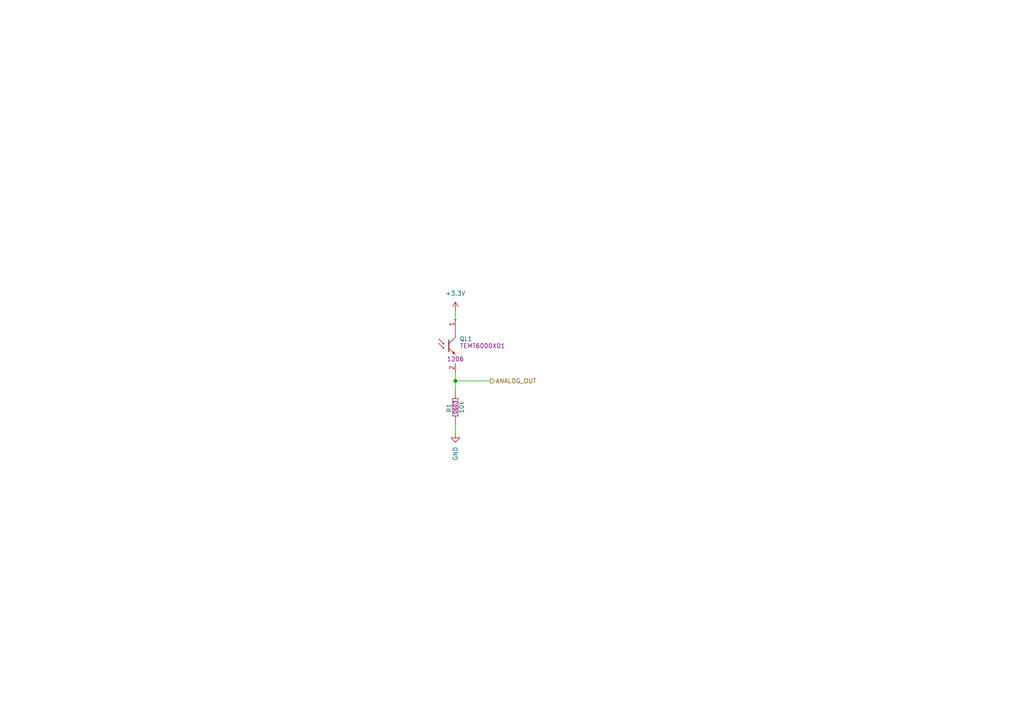
<source format=kicad_sch>
(kicad_sch (version 20250114) (generator "eeschema") (generator_version "9.0")
  (paper "A4")
  (title_block (date "2025-08-08") (rev "1"))
  (lib_symbols
    (symbol "SCH_LIB:QL_TEMT6000X01" (pin_names (hide yes))
      (property "Reference" "QL" (at 2.286 -5.588 0))
      (property "Manufacturer Part Number" "TEMT6000X01" (at 7.874 -7.62 0))
      (property "SCH_FOOTPRINT" "1206" (at 0 -11.43 0))
      (symbol "QL_TEMT6000X01_1_0"
        (polyline (pts (xy -3.302 -6.604) (xy -3.302 -7.112) (xy -3.81 -7.112) (xy -3.302 -6.604)) (stroke (width -0.0001)) (fill (type outline)))
        (polyline (pts (xy -3.302 -7.112) (xy -4.826 -5.588)))
        (polyline (pts (xy -3.302 -7.874) (xy -3.302 -8.382) (xy -3.81 -8.382) (xy -3.302 -7.874)) (stroke (width -0.0001)) (fill (type outline)))
        (polyline (pts (xy -3.302 -8.382) (xy -4.826 -6.858)))
        (polyline (pts (xy -1.778 -5.842) (xy -2.032 -5.842) (xy -2.032 -9.398) (xy -1.778 -9.398) (xy -1.778 -5.842)) (stroke (width -0.0001)) (fill (type outline)))
        (polyline (pts (xy -1.778 -6.858) (xy 0 -5.08)))
        (polyline (pts (xy -1.778 -8.382) (xy 0 -10.16)))
        (polyline (pts (xy -0.254 -9.144) (xy -0.254 -9.906) (xy -1.016 -9.906) (xy -0.254 -9.144)) (stroke (width -0.0001)) (fill (type outline)))
        (polyline (pts (xy 0 -2.54) (xy 0 -5.08)))
        (pin passive line (at 0 0 270) (length 2.54) (name "") (number "1"))
        (pin passive line (at 0 -15.24 90) (length 2.54) (name "") (number "2"))
      )
    )
    (symbol "SCH_LIB:R_0603_10k_1%" (pin_numbers (hide yes)) (pin_names (hide yes))
      (property "Reference" "R" (at 4.826 1.778 0))
      (property "Value" "10k" (at 5.08 -1.778 0))
      (property "SCH_FOOTPRINT" "0603" (at 5.08 0 0))
      (symbol "R_0603_10k_1%_1_0"
        (polyline (pts (xy 2.54 0.762) (xy 2.54 -0.762)))
        (polyline (pts (xy 2.54 0.762) (xy 7.62 0.762)))
        (polyline (pts (xy 2.54 -0.762) (xy 7.62 -0.762)))
        (polyline (pts (xy 7.62 0.762) (xy 7.62 -0.762)))
        (pin passive line (at 0 0 0) (length 2.54) (name "1") (number "1"))
        (pin passive line (at 10.16 0 180) (length 2.54) (name "2") (number "2"))
      )
    )
    (symbol "power:+3.3V" (power) (pin_numbers (hide yes)) (pin_names (offset 0) (hide yes))
      (property "Value" "+3.3V" (at 0 3.556 0))
      (symbol "+3.3V_0_1"
        (polyline (pts (xy -0.762 1.27) (xy 0 2.54)))
        (polyline (pts (xy 0 2.54) (xy 0.762 1.27)))
        (polyline (pts (xy 0 0) (xy 0 2.54)))
      )
      (symbol "+3.3V_1_1"
        (pin power_in line (at 0 0 90) (length 0) (name "~") (number "1"))
      )
    )
    (symbol "power:GND" (power) (pin_numbers (hide yes)) (pin_names (offset 0) (hide yes))
      (property "Value" "GND" (at 0 -3.81 0))
      (symbol "GND_0_1"
        (polyline (pts (xy 0 0) (xy 0 -1.27) (xy 1.27 -1.27) (xy 0 -2.54) (xy -1.27 -1.27) (xy 0 -1.27)))
      )
      (symbol "GND_1_1"
        (pin power_in line (at 0 0 270) (length 0) (name "~") (number "1"))
      )
    )
  )
  (junction (at 132.08 110.49))
  (wire (pts (xy 132.08 125.73) (xy 132.08 123.19)))
  (wire (pts (xy 132.08 110.49) (xy 142.24 110.49)))
  (wire (pts (xy 132.08 113.03) (xy 132.08 110.49)))
  (wire (pts (xy 132.08 110.49) (xy 132.08 107.95)))
  (wire (pts (xy 132.08 92.71) (xy 132.08 90.17)))
  (hierarchical_label "ANALOG_OUT" (shape output) (at 142.24 110.49 0))
  (symbol (lib_id "power:GND") (at 132.08 125.73 0) (unit 1)
    (property "Reference" "#PWR01" (effects (hide yes)))
    (property "Value" "GND" (at 132.0801 129.54 90) (effects (justify right)))
    (property "Description" "Power symbol creates a global label with name \"GND\" , ground" (effects (hide yes)))
  )
  (symbol (lib_id "SCH_LIB:R_0603_10k_1%") (at 132.08 123.19 90) (unit 1)
    (property "Reference" "R1" (at 130.302 118.364 0))
    (property "Value" "10k" (at 133.858 118.11 0))
    (property "Footprint" "PCB_LIB:R_0603_1608" (effects (hide yes)))
    (property "Description" "Resistor" (effects (hide yes)))
    (property "SCH_FOOTPRINT" "0603" (at 132.08 118.11 0) (effects (font (size 1.016 1.016))))
    (property "Tolerance" "1%" (effects (hide yes)))
    (property "Manufacturer" "Vishay" (effects (hide yes)))
    (property "Manufacturer Part Number" "CRCW060310K0FKTA" (effects (hide yes)))
  )
  (symbol (lib_id "SCH_LIB:QL_TEMT6000X01") (at 132.08 92.71 0) (unit 1)
    (property "Reference" "QL1" (at 135.128 98.298 0))
    (property "Value" "~" (at 132.08 92.71 0))
    (property "Footprint" "PCB_LIB:QL_TEMT6000X01" (effects (hide yes)))
    (property "Description" "1206 Ambient Light Sensors ROHS" (effects (hide yes)))
    (property "Manufacturer" "Vishay Intertech" (effects (hide yes)))
    (property "Manufacturer Part Number" "TEMT6000X01" (at 139.954 100.33 0))
    (property "SCH_FOOTPRINT" "1206" (at 132.08 104.14 0))
  )
  (symbol (lib_id "power:+3.3V") (at 132.08 90.17 0) (unit 1)
    (property "Reference" "#PWR02" (effects (hide yes)))
    (property "Value" "+3.3V" (at 132.08 85.09 0))
    (property "Description" "Power symbol creates a global label with name \"+3.3V\"" (effects (hide yes)))
  )
)
</source>
